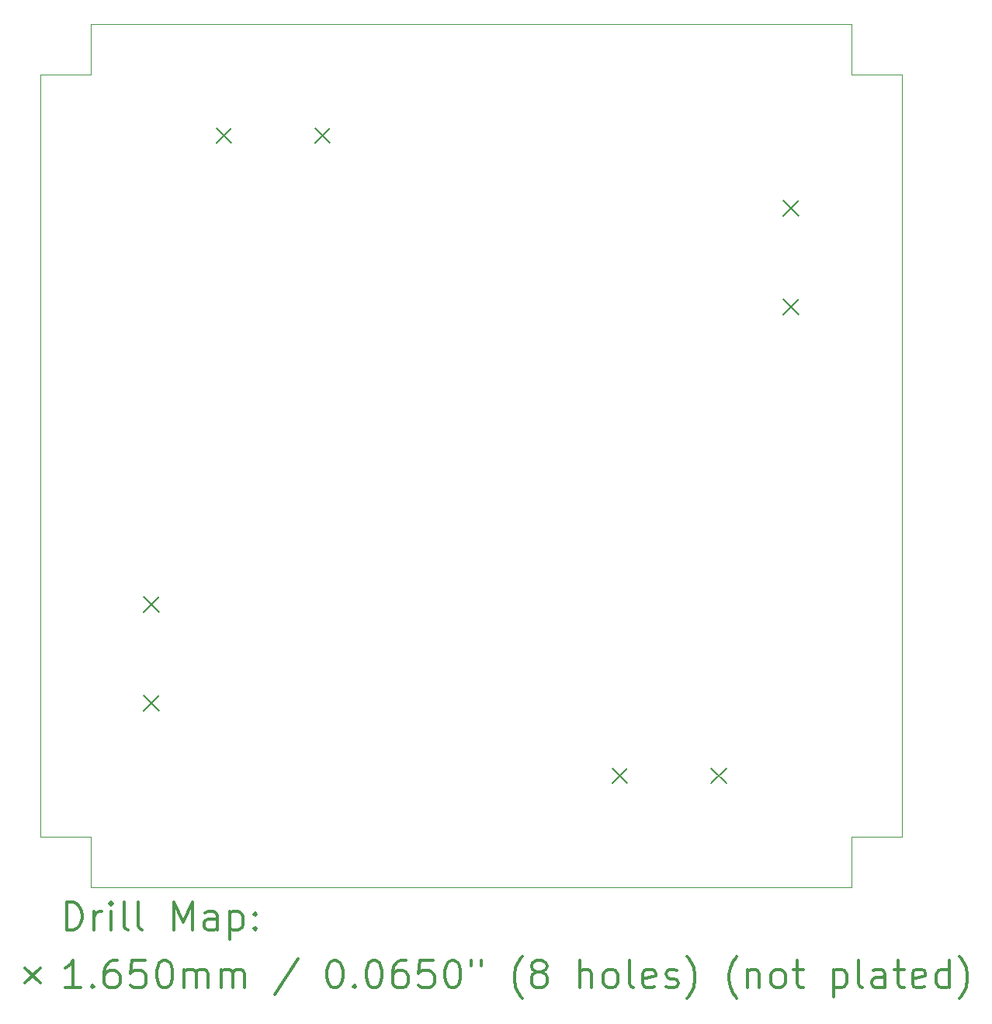
<source format=gbr>
%FSLAX45Y45*%
G04 Gerber Fmt 4.5, Leading zero omitted, Abs format (unit mm)*
G04 Created by KiCad (PCBNEW (5.1.10)-1) date 2022-11-13 15:13:11*
%MOMM*%
%LPD*%
G01*
G04 APERTURE LIST*
%TA.AperFunction,Profile*%
%ADD10C,0.050000*%
%TD*%
%ADD11C,0.200000*%
%ADD12C,0.300000*%
G04 APERTURE END LIST*
D10*
X20200000Y-12350000D02*
X20750000Y-12350000D01*
X20200000Y-12900000D02*
X20200000Y-12350000D01*
X20200000Y-4050000D02*
X20750000Y-4050000D01*
X20200000Y-3500000D02*
X20200000Y-4050000D01*
X11900000Y-4050000D02*
X11900000Y-3500000D01*
X11350000Y-4050000D02*
X11900000Y-4050000D01*
X11900000Y-12350000D02*
X11350000Y-12350000D01*
X11900000Y-12900000D02*
X11900000Y-12350000D01*
X20750000Y-4050000D02*
X20750000Y-12350000D01*
X11900000Y-3500000D02*
X20200000Y-3500000D01*
X11350000Y-12350000D02*
X11350000Y-4050000D01*
X20200000Y-12900000D02*
X11900000Y-12900000D01*
D11*
X12479000Y-9739000D02*
X12644000Y-9904000D01*
X12644000Y-9739000D02*
X12479000Y-9904000D01*
X12479000Y-10816000D02*
X12644000Y-10981000D01*
X12644000Y-10816000D02*
X12479000Y-10981000D01*
X13269000Y-4629000D02*
X13434000Y-4794000D01*
X13434000Y-4629000D02*
X13269000Y-4794000D01*
X14346000Y-4629000D02*
X14511000Y-4794000D01*
X14511000Y-4629000D02*
X14346000Y-4794000D01*
X17589000Y-11604500D02*
X17754000Y-11769500D01*
X17754000Y-11604500D02*
X17589000Y-11769500D01*
X18666000Y-11604500D02*
X18831000Y-11769500D01*
X18831000Y-11604500D02*
X18666000Y-11769500D01*
X19456000Y-5419000D02*
X19621000Y-5584000D01*
X19621000Y-5419000D02*
X19456000Y-5584000D01*
X19456000Y-6496000D02*
X19621000Y-6661000D01*
X19621000Y-6496000D02*
X19456000Y-6661000D01*
D12*
X11633928Y-13368214D02*
X11633928Y-13068214D01*
X11705357Y-13068214D01*
X11748214Y-13082500D01*
X11776786Y-13111071D01*
X11791071Y-13139643D01*
X11805357Y-13196786D01*
X11805357Y-13239643D01*
X11791071Y-13296786D01*
X11776786Y-13325357D01*
X11748214Y-13353929D01*
X11705357Y-13368214D01*
X11633928Y-13368214D01*
X11933928Y-13368214D02*
X11933928Y-13168214D01*
X11933928Y-13225357D02*
X11948214Y-13196786D01*
X11962500Y-13182500D01*
X11991071Y-13168214D01*
X12019643Y-13168214D01*
X12119643Y-13368214D02*
X12119643Y-13168214D01*
X12119643Y-13068214D02*
X12105357Y-13082500D01*
X12119643Y-13096786D01*
X12133928Y-13082500D01*
X12119643Y-13068214D01*
X12119643Y-13096786D01*
X12305357Y-13368214D02*
X12276786Y-13353929D01*
X12262500Y-13325357D01*
X12262500Y-13068214D01*
X12462500Y-13368214D02*
X12433928Y-13353929D01*
X12419643Y-13325357D01*
X12419643Y-13068214D01*
X12805357Y-13368214D02*
X12805357Y-13068214D01*
X12905357Y-13282500D01*
X13005357Y-13068214D01*
X13005357Y-13368214D01*
X13276786Y-13368214D02*
X13276786Y-13211071D01*
X13262500Y-13182500D01*
X13233928Y-13168214D01*
X13176786Y-13168214D01*
X13148214Y-13182500D01*
X13276786Y-13353929D02*
X13248214Y-13368214D01*
X13176786Y-13368214D01*
X13148214Y-13353929D01*
X13133928Y-13325357D01*
X13133928Y-13296786D01*
X13148214Y-13268214D01*
X13176786Y-13253929D01*
X13248214Y-13253929D01*
X13276786Y-13239643D01*
X13419643Y-13168214D02*
X13419643Y-13468214D01*
X13419643Y-13182500D02*
X13448214Y-13168214D01*
X13505357Y-13168214D01*
X13533928Y-13182500D01*
X13548214Y-13196786D01*
X13562500Y-13225357D01*
X13562500Y-13311071D01*
X13548214Y-13339643D01*
X13533928Y-13353929D01*
X13505357Y-13368214D01*
X13448214Y-13368214D01*
X13419643Y-13353929D01*
X13691071Y-13339643D02*
X13705357Y-13353929D01*
X13691071Y-13368214D01*
X13676786Y-13353929D01*
X13691071Y-13339643D01*
X13691071Y-13368214D01*
X13691071Y-13182500D02*
X13705357Y-13196786D01*
X13691071Y-13211071D01*
X13676786Y-13196786D01*
X13691071Y-13182500D01*
X13691071Y-13211071D01*
X11182500Y-13780000D02*
X11347500Y-13945000D01*
X11347500Y-13780000D02*
X11182500Y-13945000D01*
X11791071Y-13998214D02*
X11619643Y-13998214D01*
X11705357Y-13998214D02*
X11705357Y-13698214D01*
X11676786Y-13741071D01*
X11648214Y-13769643D01*
X11619643Y-13783929D01*
X11919643Y-13969643D02*
X11933928Y-13983929D01*
X11919643Y-13998214D01*
X11905357Y-13983929D01*
X11919643Y-13969643D01*
X11919643Y-13998214D01*
X12191071Y-13698214D02*
X12133928Y-13698214D01*
X12105357Y-13712500D01*
X12091071Y-13726786D01*
X12062500Y-13769643D01*
X12048214Y-13826786D01*
X12048214Y-13941071D01*
X12062500Y-13969643D01*
X12076786Y-13983929D01*
X12105357Y-13998214D01*
X12162500Y-13998214D01*
X12191071Y-13983929D01*
X12205357Y-13969643D01*
X12219643Y-13941071D01*
X12219643Y-13869643D01*
X12205357Y-13841071D01*
X12191071Y-13826786D01*
X12162500Y-13812500D01*
X12105357Y-13812500D01*
X12076786Y-13826786D01*
X12062500Y-13841071D01*
X12048214Y-13869643D01*
X12491071Y-13698214D02*
X12348214Y-13698214D01*
X12333928Y-13841071D01*
X12348214Y-13826786D01*
X12376786Y-13812500D01*
X12448214Y-13812500D01*
X12476786Y-13826786D01*
X12491071Y-13841071D01*
X12505357Y-13869643D01*
X12505357Y-13941071D01*
X12491071Y-13969643D01*
X12476786Y-13983929D01*
X12448214Y-13998214D01*
X12376786Y-13998214D01*
X12348214Y-13983929D01*
X12333928Y-13969643D01*
X12691071Y-13698214D02*
X12719643Y-13698214D01*
X12748214Y-13712500D01*
X12762500Y-13726786D01*
X12776786Y-13755357D01*
X12791071Y-13812500D01*
X12791071Y-13883929D01*
X12776786Y-13941071D01*
X12762500Y-13969643D01*
X12748214Y-13983929D01*
X12719643Y-13998214D01*
X12691071Y-13998214D01*
X12662500Y-13983929D01*
X12648214Y-13969643D01*
X12633928Y-13941071D01*
X12619643Y-13883929D01*
X12619643Y-13812500D01*
X12633928Y-13755357D01*
X12648214Y-13726786D01*
X12662500Y-13712500D01*
X12691071Y-13698214D01*
X12919643Y-13998214D02*
X12919643Y-13798214D01*
X12919643Y-13826786D02*
X12933928Y-13812500D01*
X12962500Y-13798214D01*
X13005357Y-13798214D01*
X13033928Y-13812500D01*
X13048214Y-13841071D01*
X13048214Y-13998214D01*
X13048214Y-13841071D02*
X13062500Y-13812500D01*
X13091071Y-13798214D01*
X13133928Y-13798214D01*
X13162500Y-13812500D01*
X13176786Y-13841071D01*
X13176786Y-13998214D01*
X13319643Y-13998214D02*
X13319643Y-13798214D01*
X13319643Y-13826786D02*
X13333928Y-13812500D01*
X13362500Y-13798214D01*
X13405357Y-13798214D01*
X13433928Y-13812500D01*
X13448214Y-13841071D01*
X13448214Y-13998214D01*
X13448214Y-13841071D02*
X13462500Y-13812500D01*
X13491071Y-13798214D01*
X13533928Y-13798214D01*
X13562500Y-13812500D01*
X13576786Y-13841071D01*
X13576786Y-13998214D01*
X14162500Y-13683929D02*
X13905357Y-14069643D01*
X14548214Y-13698214D02*
X14576786Y-13698214D01*
X14605357Y-13712500D01*
X14619643Y-13726786D01*
X14633928Y-13755357D01*
X14648214Y-13812500D01*
X14648214Y-13883929D01*
X14633928Y-13941071D01*
X14619643Y-13969643D01*
X14605357Y-13983929D01*
X14576786Y-13998214D01*
X14548214Y-13998214D01*
X14519643Y-13983929D01*
X14505357Y-13969643D01*
X14491071Y-13941071D01*
X14476786Y-13883929D01*
X14476786Y-13812500D01*
X14491071Y-13755357D01*
X14505357Y-13726786D01*
X14519643Y-13712500D01*
X14548214Y-13698214D01*
X14776786Y-13969643D02*
X14791071Y-13983929D01*
X14776786Y-13998214D01*
X14762500Y-13983929D01*
X14776786Y-13969643D01*
X14776786Y-13998214D01*
X14976786Y-13698214D02*
X15005357Y-13698214D01*
X15033928Y-13712500D01*
X15048214Y-13726786D01*
X15062500Y-13755357D01*
X15076786Y-13812500D01*
X15076786Y-13883929D01*
X15062500Y-13941071D01*
X15048214Y-13969643D01*
X15033928Y-13983929D01*
X15005357Y-13998214D01*
X14976786Y-13998214D01*
X14948214Y-13983929D01*
X14933928Y-13969643D01*
X14919643Y-13941071D01*
X14905357Y-13883929D01*
X14905357Y-13812500D01*
X14919643Y-13755357D01*
X14933928Y-13726786D01*
X14948214Y-13712500D01*
X14976786Y-13698214D01*
X15333928Y-13698214D02*
X15276786Y-13698214D01*
X15248214Y-13712500D01*
X15233928Y-13726786D01*
X15205357Y-13769643D01*
X15191071Y-13826786D01*
X15191071Y-13941071D01*
X15205357Y-13969643D01*
X15219643Y-13983929D01*
X15248214Y-13998214D01*
X15305357Y-13998214D01*
X15333928Y-13983929D01*
X15348214Y-13969643D01*
X15362500Y-13941071D01*
X15362500Y-13869643D01*
X15348214Y-13841071D01*
X15333928Y-13826786D01*
X15305357Y-13812500D01*
X15248214Y-13812500D01*
X15219643Y-13826786D01*
X15205357Y-13841071D01*
X15191071Y-13869643D01*
X15633928Y-13698214D02*
X15491071Y-13698214D01*
X15476786Y-13841071D01*
X15491071Y-13826786D01*
X15519643Y-13812500D01*
X15591071Y-13812500D01*
X15619643Y-13826786D01*
X15633928Y-13841071D01*
X15648214Y-13869643D01*
X15648214Y-13941071D01*
X15633928Y-13969643D01*
X15619643Y-13983929D01*
X15591071Y-13998214D01*
X15519643Y-13998214D01*
X15491071Y-13983929D01*
X15476786Y-13969643D01*
X15833928Y-13698214D02*
X15862500Y-13698214D01*
X15891071Y-13712500D01*
X15905357Y-13726786D01*
X15919643Y-13755357D01*
X15933928Y-13812500D01*
X15933928Y-13883929D01*
X15919643Y-13941071D01*
X15905357Y-13969643D01*
X15891071Y-13983929D01*
X15862500Y-13998214D01*
X15833928Y-13998214D01*
X15805357Y-13983929D01*
X15791071Y-13969643D01*
X15776786Y-13941071D01*
X15762500Y-13883929D01*
X15762500Y-13812500D01*
X15776786Y-13755357D01*
X15791071Y-13726786D01*
X15805357Y-13712500D01*
X15833928Y-13698214D01*
X16048214Y-13698214D02*
X16048214Y-13755357D01*
X16162500Y-13698214D02*
X16162500Y-13755357D01*
X16605357Y-14112500D02*
X16591071Y-14098214D01*
X16562500Y-14055357D01*
X16548214Y-14026786D01*
X16533928Y-13983929D01*
X16519643Y-13912500D01*
X16519643Y-13855357D01*
X16533928Y-13783929D01*
X16548214Y-13741071D01*
X16562500Y-13712500D01*
X16591071Y-13669643D01*
X16605357Y-13655357D01*
X16762500Y-13826786D02*
X16733928Y-13812500D01*
X16719643Y-13798214D01*
X16705357Y-13769643D01*
X16705357Y-13755357D01*
X16719643Y-13726786D01*
X16733928Y-13712500D01*
X16762500Y-13698214D01*
X16819643Y-13698214D01*
X16848214Y-13712500D01*
X16862500Y-13726786D01*
X16876786Y-13755357D01*
X16876786Y-13769643D01*
X16862500Y-13798214D01*
X16848214Y-13812500D01*
X16819643Y-13826786D01*
X16762500Y-13826786D01*
X16733928Y-13841071D01*
X16719643Y-13855357D01*
X16705357Y-13883929D01*
X16705357Y-13941071D01*
X16719643Y-13969643D01*
X16733928Y-13983929D01*
X16762500Y-13998214D01*
X16819643Y-13998214D01*
X16848214Y-13983929D01*
X16862500Y-13969643D01*
X16876786Y-13941071D01*
X16876786Y-13883929D01*
X16862500Y-13855357D01*
X16848214Y-13841071D01*
X16819643Y-13826786D01*
X17233928Y-13998214D02*
X17233928Y-13698214D01*
X17362500Y-13998214D02*
X17362500Y-13841071D01*
X17348214Y-13812500D01*
X17319643Y-13798214D01*
X17276786Y-13798214D01*
X17248214Y-13812500D01*
X17233928Y-13826786D01*
X17548214Y-13998214D02*
X17519643Y-13983929D01*
X17505357Y-13969643D01*
X17491071Y-13941071D01*
X17491071Y-13855357D01*
X17505357Y-13826786D01*
X17519643Y-13812500D01*
X17548214Y-13798214D01*
X17591071Y-13798214D01*
X17619643Y-13812500D01*
X17633928Y-13826786D01*
X17648214Y-13855357D01*
X17648214Y-13941071D01*
X17633928Y-13969643D01*
X17619643Y-13983929D01*
X17591071Y-13998214D01*
X17548214Y-13998214D01*
X17819643Y-13998214D02*
X17791071Y-13983929D01*
X17776786Y-13955357D01*
X17776786Y-13698214D01*
X18048214Y-13983929D02*
X18019643Y-13998214D01*
X17962500Y-13998214D01*
X17933928Y-13983929D01*
X17919643Y-13955357D01*
X17919643Y-13841071D01*
X17933928Y-13812500D01*
X17962500Y-13798214D01*
X18019643Y-13798214D01*
X18048214Y-13812500D01*
X18062500Y-13841071D01*
X18062500Y-13869643D01*
X17919643Y-13898214D01*
X18176786Y-13983929D02*
X18205357Y-13998214D01*
X18262500Y-13998214D01*
X18291071Y-13983929D01*
X18305357Y-13955357D01*
X18305357Y-13941071D01*
X18291071Y-13912500D01*
X18262500Y-13898214D01*
X18219643Y-13898214D01*
X18191071Y-13883929D01*
X18176786Y-13855357D01*
X18176786Y-13841071D01*
X18191071Y-13812500D01*
X18219643Y-13798214D01*
X18262500Y-13798214D01*
X18291071Y-13812500D01*
X18405357Y-14112500D02*
X18419643Y-14098214D01*
X18448214Y-14055357D01*
X18462500Y-14026786D01*
X18476786Y-13983929D01*
X18491071Y-13912500D01*
X18491071Y-13855357D01*
X18476786Y-13783929D01*
X18462500Y-13741071D01*
X18448214Y-13712500D01*
X18419643Y-13669643D01*
X18405357Y-13655357D01*
X18948214Y-14112500D02*
X18933928Y-14098214D01*
X18905357Y-14055357D01*
X18891071Y-14026786D01*
X18876786Y-13983929D01*
X18862500Y-13912500D01*
X18862500Y-13855357D01*
X18876786Y-13783929D01*
X18891071Y-13741071D01*
X18905357Y-13712500D01*
X18933928Y-13669643D01*
X18948214Y-13655357D01*
X19062500Y-13798214D02*
X19062500Y-13998214D01*
X19062500Y-13826786D02*
X19076786Y-13812500D01*
X19105357Y-13798214D01*
X19148214Y-13798214D01*
X19176786Y-13812500D01*
X19191071Y-13841071D01*
X19191071Y-13998214D01*
X19376786Y-13998214D02*
X19348214Y-13983929D01*
X19333928Y-13969643D01*
X19319643Y-13941071D01*
X19319643Y-13855357D01*
X19333928Y-13826786D01*
X19348214Y-13812500D01*
X19376786Y-13798214D01*
X19419643Y-13798214D01*
X19448214Y-13812500D01*
X19462500Y-13826786D01*
X19476786Y-13855357D01*
X19476786Y-13941071D01*
X19462500Y-13969643D01*
X19448214Y-13983929D01*
X19419643Y-13998214D01*
X19376786Y-13998214D01*
X19562500Y-13798214D02*
X19676786Y-13798214D01*
X19605357Y-13698214D02*
X19605357Y-13955357D01*
X19619643Y-13983929D01*
X19648214Y-13998214D01*
X19676786Y-13998214D01*
X20005357Y-13798214D02*
X20005357Y-14098214D01*
X20005357Y-13812500D02*
X20033928Y-13798214D01*
X20091071Y-13798214D01*
X20119643Y-13812500D01*
X20133928Y-13826786D01*
X20148214Y-13855357D01*
X20148214Y-13941071D01*
X20133928Y-13969643D01*
X20119643Y-13983929D01*
X20091071Y-13998214D01*
X20033928Y-13998214D01*
X20005357Y-13983929D01*
X20319643Y-13998214D02*
X20291071Y-13983929D01*
X20276786Y-13955357D01*
X20276786Y-13698214D01*
X20562500Y-13998214D02*
X20562500Y-13841071D01*
X20548214Y-13812500D01*
X20519643Y-13798214D01*
X20462500Y-13798214D01*
X20433928Y-13812500D01*
X20562500Y-13983929D02*
X20533928Y-13998214D01*
X20462500Y-13998214D01*
X20433928Y-13983929D01*
X20419643Y-13955357D01*
X20419643Y-13926786D01*
X20433928Y-13898214D01*
X20462500Y-13883929D01*
X20533928Y-13883929D01*
X20562500Y-13869643D01*
X20662500Y-13798214D02*
X20776786Y-13798214D01*
X20705357Y-13698214D02*
X20705357Y-13955357D01*
X20719643Y-13983929D01*
X20748214Y-13998214D01*
X20776786Y-13998214D01*
X20991071Y-13983929D02*
X20962500Y-13998214D01*
X20905357Y-13998214D01*
X20876786Y-13983929D01*
X20862500Y-13955357D01*
X20862500Y-13841071D01*
X20876786Y-13812500D01*
X20905357Y-13798214D01*
X20962500Y-13798214D01*
X20991071Y-13812500D01*
X21005357Y-13841071D01*
X21005357Y-13869643D01*
X20862500Y-13898214D01*
X21262500Y-13998214D02*
X21262500Y-13698214D01*
X21262500Y-13983929D02*
X21233928Y-13998214D01*
X21176786Y-13998214D01*
X21148214Y-13983929D01*
X21133928Y-13969643D01*
X21119643Y-13941071D01*
X21119643Y-13855357D01*
X21133928Y-13826786D01*
X21148214Y-13812500D01*
X21176786Y-13798214D01*
X21233928Y-13798214D01*
X21262500Y-13812500D01*
X21376786Y-14112500D02*
X21391071Y-14098214D01*
X21419643Y-14055357D01*
X21433928Y-14026786D01*
X21448214Y-13983929D01*
X21462500Y-13912500D01*
X21462500Y-13855357D01*
X21448214Y-13783929D01*
X21433928Y-13741071D01*
X21419643Y-13712500D01*
X21391071Y-13669643D01*
X21376786Y-13655357D01*
M02*

</source>
